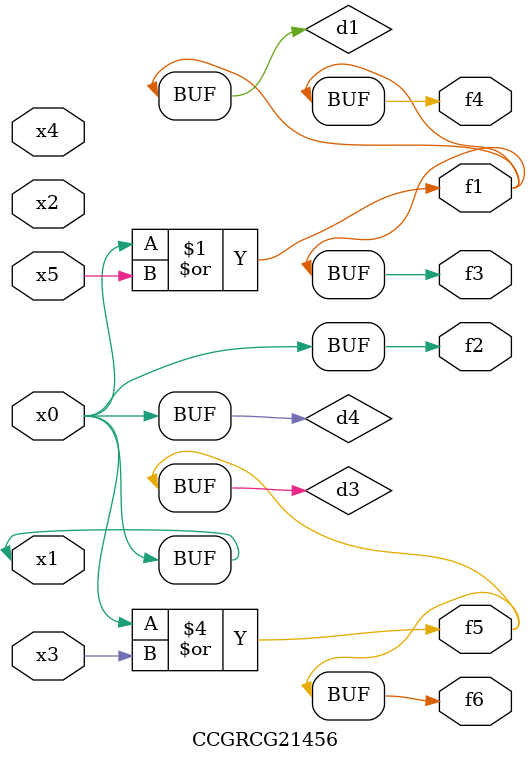
<source format=v>
module CCGRCG21456(
	input x0, x1, x2, x3, x4, x5,
	output f1, f2, f3, f4, f5, f6
);

	wire d1, d2, d3, d4;

	or (d1, x0, x5);
	xnor (d2, x1, x4);
	or (d3, x0, x3);
	buf (d4, x0, x1);
	assign f1 = d1;
	assign f2 = d4;
	assign f3 = d1;
	assign f4 = d1;
	assign f5 = d3;
	assign f6 = d3;
endmodule

</source>
